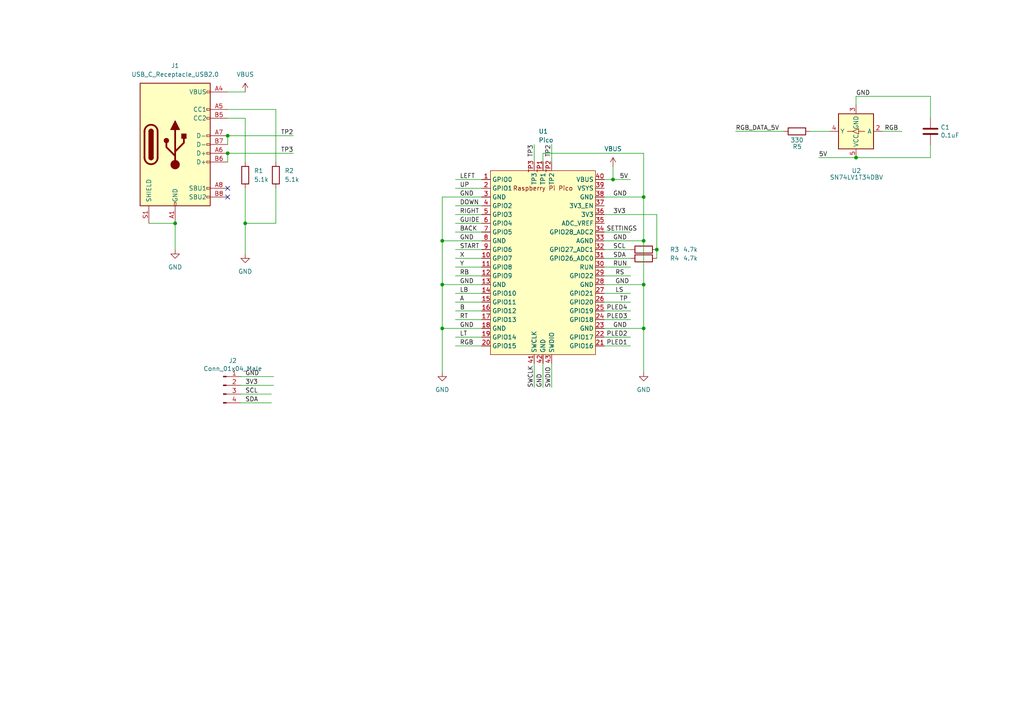
<source format=kicad_sch>
(kicad_sch (version 20211123) (generator eeschema)
  (paper "A4")
  (lib_symbols
    (symbol "Connector:Conn_01x04_Male" (pin_names (offset 1.016) hide)
      (property "Reference" "J" (at 0 5.08 0))
      (property "Value" "Conn_01x04_Male" (at 0 -7.62 0))
      (symbol "Conn_01x04_Male_1_1"
        (polyline (pts (xy 1.27 -5.08) (xy 0.8636 -5.08)) (stroke (width 0.1524)))
        (polyline (pts (xy 1.27 -2.54) (xy 0.8636 -2.54)) (stroke (width 0.1524)))
        (polyline (pts (xy 1.27 0) (xy 0.8636 0)) (stroke (width 0.1524)))
        (polyline (pts (xy 1.27 2.54) (xy 0.8636 2.54)) (stroke (width 0.1524)))
        (rectangle (start 0.8636 -4.953) (end 0 -5.207) (stroke (width 0.1524)) (fill (type outline)))
        (rectangle (start 0.8636 -2.413) (end 0 -2.667) (stroke (width 0.1524)) (fill (type outline)))
        (rectangle (start 0.8636 0.127) (end 0 -0.127) (stroke (width 0.1524)) (fill (type outline)))
        (rectangle (start 0.8636 2.667) (end 0 2.413) (stroke (width 0.1524)) (fill (type outline)))
        (pin passive line (at 5.08 2.54 180) (length 3.81) (name "Pin_1") (number "1"))
        (pin passive line (at 5.08 0 180) (length 3.81) (name "Pin_2") (number "2"))
        (pin passive line (at 5.08 -2.54 180) (length 3.81) (name "Pin_3") (number "3"))
        (pin passive line (at 5.08 -5.08 180) (length 3.81) (name "Pin_4") (number "4"))
      )
    )
    (symbol "Connector:USB_C_Receptacle_USB2.0" (pin_names (offset 1.016))
      (property "Reference" "J" (at -10.16 19.05 0))
      (property "Value" "USB_C_Receptacle_USB2.0" (at 19.05 19.05 0))
      (symbol "USB_C_Receptacle_USB2.0_0_0"
        (rectangle (start -0.254 -17.78) (end 0.254 -16.764))
        (rectangle (start 10.16 -14.986) (end 9.144 -15.494))
        (rectangle (start 10.16 -12.446) (end 9.144 -12.954))
        (rectangle (start 10.16 -4.826) (end 9.144 -5.334))
        (rectangle (start 10.16 -2.286) (end 9.144 -2.794))
        (rectangle (start 10.16 0.254) (end 9.144 -0.254))
        (rectangle (start 10.16 2.794) (end 9.144 2.286))
        (rectangle (start 10.16 7.874) (end 9.144 7.366))
        (rectangle (start 10.16 10.414) (end 9.144 9.906))
        (rectangle (start 10.16 15.494) (end 9.144 14.986))
      )
      (symbol "USB_C_Receptacle_USB2.0_0_1"
        (rectangle (start -10.16 17.78) (end 10.16 -17.78) (stroke (width 0.254)) (fill (type background)))
        (arc (start -8.89 -3.81) (mid -6.985 -5.715) (end -5.08 -3.81) (stroke (width 0.508)))
        (arc (start -7.62 -3.81) (mid -6.985 -4.445) (end -6.35 -3.81) (stroke (width 0.254)))
        (arc (start -7.62 -3.81) (mid -6.985 -4.445) (end -6.35 -3.81) (stroke (width 0.254)) (fill (type outline)))
        (rectangle (start -7.62 -3.81) (end -6.35 3.81) (stroke (width 0.254)) (fill (type outline)))
        (arc (start -6.35 3.81) (mid -6.985 4.445) (end -7.62 3.81) (stroke (width 0.254)))
        (arc (start -6.35 3.81) (mid -6.985 4.445) (end -7.62 3.81) (stroke (width 0.254)) (fill (type outline)))
        (arc (start -5.08 3.81) (mid -6.985 5.715) (end -8.89 3.81) (stroke (width 0.508)))
        (circle (center -2.54 1.143) (radius 0.635) (stroke (width 0.254)) (fill (type outline)))
        (circle (center 0 -5.842) (radius 1.27) (fill (type outline)))
        (polyline (pts (xy -8.89 -3.81) (xy -8.89 3.81)) (stroke (width 0.508)))
        (polyline (pts (xy -5.08 3.81) (xy -5.08 -3.81)) (stroke (width 0.508)))
        (polyline (pts (xy 0 -5.842) (xy 0 4.318)) (stroke (width 0.508)))
        (polyline (pts (xy 0 -3.302) (xy -2.54 -0.762) (xy -2.54 0.508)) (stroke (width 0.508)))
        (polyline (pts (xy 0 -2.032) (xy 2.54 0.508) (xy 2.54 1.778)) (stroke (width 0.508)))
        (polyline (pts (xy -1.27 4.318) (xy 0 6.858) (xy 1.27 4.318) (xy -1.27 4.318)) (stroke (width 0.254)) (fill (type outline)))
        (rectangle (start 1.905 1.778) (end 3.175 3.048) (stroke (width 0.254)) (fill (type outline)))
      )
      (symbol "USB_C_Receptacle_USB2.0_1_1"
        (pin passive line (at 0 -22.86 90) (length 5.08) (name "GND") (number "A1"))
        (pin passive line (at 0 -22.86 90) (length 5.08) hide (name "GND") (number "A12"))
        (pin passive line (at 15.24 15.24 180) (length 5.08) (name "VBUS") (number "A4"))
        (pin bidirectional line (at 15.24 10.16 180) (length 5.08) (name "CC1") (number "A5"))
        (pin bidirectional line (at 15.24 -2.54 180) (length 5.08) (name "D+") (number "A6"))
        (pin bidirectional line (at 15.24 2.54 180) (length 5.08) (name "D-") (number "A7"))
        (pin bidirectional line (at 15.24 -12.7 180) (length 5.08) (name "SBU1") (number "A8"))
        (pin passive line (at 15.24 15.24 180) (length 5.08) hide (name "VBUS") (number "A9"))
        (pin passive line (at 0 -22.86 90) (length 5.08) hide (name "GND") (number "B1"))
        (pin passive line (at 0 -22.86 90) (length 5.08) hide (name "GND") (number "B12"))
        (pin passive line (at 15.24 15.24 180) (length 5.08) hide (name "VBUS") (number "B4"))
        (pin bidirectional line (at 15.24 7.62 180) (length 5.08) (name "CC2") (number "B5"))
        (pin bidirectional line (at 15.24 -5.08 180) (length 5.08) (name "D+") (number "B6"))
        (pin bidirectional line (at 15.24 0 180) (length 5.08) (name "D-") (number "B7"))
        (pin bidirectional line (at 15.24 -15.24 180) (length 5.08) (name "SBU2") (number "B8"))
        (pin passive line (at 15.24 15.24 180) (length 5.08) hide (name "VBUS") (number "B9"))
        (pin passive line (at -7.62 -22.86 90) (length 5.08) (name "SHIELD") (number "S1"))
      )
    )
    (symbol "Device:C" (pin_numbers hide) (pin_names (offset 0.254))
      (property "Reference" "C" (at 0.635 2.54 0))
      (property "Value" "C" (at 0.635 -2.54 0))
      (symbol "C_0_1"
        (polyline (pts (xy -2.032 -0.762) (xy 2.032 -0.762)) (stroke (width 0.508)))
        (polyline (pts (xy -2.032 0.762) (xy 2.032 0.762)) (stroke (width 0.508)))
      )
      (symbol "C_1_1"
        (pin passive line (at 0 3.81 270) (length 2.794) (name "~") (number "1"))
        (pin passive line (at 0 -3.81 90) (length 2.794) (name "~") (number "2"))
      )
    )
    (symbol "Device:R" (pin_numbers hide) (pin_names (offset 0))
      (property "Reference" "R" (at 2.032 0 90))
      (property "Value" "R" (at 0 0 90))
      (symbol "R_0_1"
        (rectangle (start -1.016 -2.54) (end 1.016 2.54) (stroke (width 0.254)))
      )
      (symbol "R_1_1"
        (pin passive line (at 0 3.81 270) (length 1.27) (name "~") (number "1"))
        (pin passive line (at 0 -3.81 90) (length 1.27) (name "~") (number "2"))
      )
    )
    (symbol "Logic_LevelTranslator:SN74LV1T34DBV"
      (property "Reference" "U" (at 5.08 6.35 0))
      (property "Value" "SN74LV1T34DBV" (at 5.08 3.81 0))
      (symbol "SN74LV1T34DBV_0_1"
        (rectangle (start -5.08 5.08) (end 5.08 -5.08) (stroke (width 0.254)) (fill (type background)))
        (polyline (pts (xy -0.762 0) (xy -2.54 0)))
        (polyline (pts (xy 1.016 0) (xy 2.54 0)))
      )
      (symbol "SN74LV1T34DBV_1_1"
        (polyline (pts (xy -0.762 -0.762) (xy -0.762 0.762) (xy 1.016 0) (xy -0.762 -0.762)))
        (pin no_connect line (at -5.08 2.54 0) (length 2.54) hide (name "NC") (number "1"))
        (pin input line (at -7.62 0 0) (length 2.54) (name "A") (number "2"))
        (pin power_in line (at 0 -7.62 90) (length 2.54) (name "GND") (number "3"))
        (pin output line (at 7.62 0 180) (length 2.54) (name "Y") (number "4"))
        (pin power_in line (at 0 7.62 270) (length 2.54) (name "VCC") (number "5"))
      )
    )
    (symbol "MCU_RaspberryPi_and_Boards:Pico"
      (property "Reference" "U1" (at -1.27 38.1 0))
      (property "Value" "Pico" (at -1.27 35.56 0))
      (symbol "Pico_0_0"
        (text "Raspberry Pi Pico" (at 0 21.59 0) (effects (font (size 1.27 1.27))))
      )
      (symbol "Pico_0_1"
        (rectangle (start -15.24 26.67) (end 15.24 -26.67) (fill (type background)))
      )
      (symbol "Pico_1_1"
        (pin bidirectional line (at -17.78 24.13 0) (length 2.54) (name "GPIO0") (number "1"))
        (pin bidirectional line (at -17.78 1.27 0) (length 2.54) (name "GPIO7") (number "10"))
        (pin bidirectional line (at -17.78 -1.27 0) (length 2.54) (name "GPIO8") (number "11"))
        (pin bidirectional line (at -17.78 -3.81 0) (length 2.54) (name "GPIO9") (number "12"))
        (pin power_in line (at -17.78 -6.35 0) (length 2.54) (name "GND") (number "13"))
        (pin bidirectional line (at -17.78 -8.89 0) (length 2.54) (name "GPIO10") (number "14"))
        (pin bidirectional line (at -17.78 -11.43 0) (length 2.54) (name "GPIO11") (number "15"))
        (pin bidirectional line (at -17.78 -13.97 0) (length 2.54) (name "GPIO12") (number "16"))
        (pin bidirectional line (at -17.78 -16.51 0) (length 2.54) (name "GPIO13") (number "17"))
        (pin power_in line (at -17.78 -19.05 0) (length 2.54) (name "GND") (number "18"))
        (pin bidirectional line (at -17.78 -21.59 0) (length 2.54) (name "GPIO14") (number "19"))
        (pin bidirectional line (at -17.78 21.59 0) (length 2.54) (name "GPIO1") (number "2"))
        (pin bidirectional line (at -17.78 -24.13 0) (length 2.54) (name "GPIO15") (number "20"))
        (pin bidirectional line (at 17.78 -24.13 180) (length 2.54) (name "GPIO16") (number "21"))
        (pin bidirectional line (at 17.78 -21.59 180) (length 2.54) (name "GPIO17") (number "22"))
        (pin power_in line (at 17.78 -19.05 180) (length 2.54) (name "GND") (number "23"))
        (pin bidirectional line (at 17.78 -16.51 180) (length 2.54) (name "GPIO18") (number "24"))
        (pin bidirectional line (at 17.78 -13.97 180) (length 2.54) (name "GPIO19") (number "25"))
        (pin bidirectional line (at 17.78 -11.43 180) (length 2.54) (name "GPIO20") (number "26"))
        (pin bidirectional line (at 17.78 -8.89 180) (length 2.54) (name "GPIO21") (number "27"))
        (pin power_in line (at 17.78 -6.35 180) (length 2.54) (name "GND") (number "28"))
        (pin bidirectional line (at 17.78 -3.81 180) (length 2.54) (name "GPIO22") (number "29"))
        (pin power_in line (at -17.78 19.05 0) (length 2.54) (name "GND") (number "3"))
        (pin input line (at 17.78 -1.27 180) (length 2.54) (name "RUN") (number "30"))
        (pin bidirectional line (at 17.78 1.27 180) (length 2.54) (name "GPIO26_ADC0") (number "31"))
        (pin bidirectional line (at 17.78 3.81 180) (length 2.54) (name "GPIO27_ADC1") (number "32"))
        (pin power_in line (at 17.78 6.35 180) (length 2.54) (name "AGND") (number "33"))
        (pin bidirectional line (at 17.78 8.89 180) (length 2.54) (name "GPIO28_ADC2") (number "34"))
        (pin power_in line (at 17.78 11.43 180) (length 2.54) (name "ADC_VREF") (number "35"))
        (pin power_in line (at 17.78 13.97 180) (length 2.54) (name "3V3") (number "36"))
        (pin input line (at 17.78 16.51 180) (length 2.54) (name "3V3_EN") (number "37"))
        (pin bidirectional line (at 17.78 19.05 180) (length 2.54) (name "GND") (number "38"))
        (pin power_in line (at 17.78 21.59 180) (length 2.54) (name "VSYS") (number "39"))
        (pin bidirectional line (at -17.78 16.51 0) (length 2.54) (name "GPIO2") (number "4"))
        (pin power_in line (at 17.78 24.13 180) (length 2.54) (name "VBUS") (number "40"))
        (pin input line (at -2.54 -29.21 90) (length 2.54) (name "SWCLK") (number "41"))
        (pin power_in line (at 0 -29.21 90) (length 2.54) (name "GND") (number "42"))
        (pin bidirectional line (at 2.54 -29.21 90) (length 2.54) (name "SWDIO") (number "43"))
        (pin bidirectional line (at -17.78 13.97 0) (length 2.54) (name "GPIO3") (number "5"))
        (pin bidirectional line (at -17.78 11.43 0) (length 2.54) (name "GPIO4") (number "6"))
        (pin bidirectional line (at -17.78 8.89 0) (length 2.54) (name "GPIO5") (number "7"))
        (pin power_in line (at -17.78 6.35 0) (length 2.54) (name "GND") (number "8"))
        (pin bidirectional line (at -17.78 3.81 0) (length 2.54) (name "GPIO6") (number "9"))
        (pin unspecified line (at 0 29.21 270) (length 2.54) (name "TP1") (number "TP1"))
        (pin bidirectional line (at 2.54 29.21 270) (length 2.54) (name "TP2") (number "TP2"))
        (pin bidirectional line (at -2.54 29.21 270) (length 2.54) (name "TP3") (number "TP3"))
      )
    )
    (symbol "power:GND" (power) (pin_names (offset 0))
      (property "Value" "GND" (at 0 -3.81 0))
      (symbol "GND_0_1"
        (polyline (pts (xy 0 0) (xy 0 -1.27) (xy 1.27 -1.27) (xy 0 -2.54) (xy -1.27 -1.27) (xy 0 -1.27)))
      )
      (symbol "GND_1_1"
        (pin power_in line (at 0 0 270) (length 0) hide (name "GND") (number "1"))
      )
    )
    (symbol "power:VBUS" (power) (pin_names (offset 0))
      (property "Value" "VBUS" (at 0 3.81 0))
      (symbol "VBUS_0_1"
        (polyline (pts (xy -0.762 1.27) (xy 0 2.54)))
        (polyline (pts (xy 0 0) (xy 0 2.54)))
        (polyline (pts (xy 0 2.54) (xy 0.762 1.27)))
      )
      (symbol "VBUS_1_1"
        (pin power_in line (at 0 0 90) (length 0) hide (name "VBUS") (number "1"))
      )
    )
  )
  (junction (at 71.12 64.77))
  (junction (at 66.04 44.45))
  (junction (at 190.5 72.39))
  (junction (at 66.04 39.37))
  (junction (at 186.69 95.25))
  (junction (at 128.27 82.55))
  (junction (at 186.69 57.15))
  (junction (at 186.69 69.85))
  (junction (at 128.27 69.85))
  (junction (at 50.8 64.77))
  (junction (at 248.285 45.72))
  (junction (at 186.69 82.55))
  (junction (at 177.8 52.07))
  (junction (at 128.27 95.25))
  (no_connect (at 66.04 54.61))
  (no_connect (at 66.04 57.15))
  (wire (pts (xy 160.02 105.41) (xy 160.02 112.395)))
  (wire (pts (xy 71.12 26.67) (xy 66.04 26.67)))
  (wire (pts (xy 190.5 62.23) (xy 190.5 72.39)))
  (wire (pts (xy 132.08 90.17) (xy 139.7 90.17)))
  (wire (pts (xy 160.02 41.91) (xy 160.02 46.99)))
  (wire (pts (xy 182.88 85.09) (xy 175.26 85.09)))
  (wire (pts (xy 71.12 54.61) (xy 71.12 64.77)))
  (wire (pts (xy 79.375 109.22) (xy 69.85 109.22)))
  (wire (pts (xy 132.08 62.23) (xy 139.7 62.23)))
  (wire (pts (xy 157.48 44.45) (xy 186.69 44.45)))
  (wire (pts (xy 182.88 77.47) (xy 175.26 77.47)))
  (wire (pts (xy 182.88 72.39) (xy 175.26 72.39)))
  (wire (pts (xy 132.08 97.79) (xy 139.7 97.79)))
  (wire (pts (xy 128.27 82.55) (xy 128.27 95.25)))
  (wire (pts (xy 128.27 95.25) (xy 139.7 95.25)))
  (wire (pts (xy 132.08 77.47) (xy 139.7 77.47)))
  (wire (pts (xy 128.27 69.85) (xy 139.7 69.85)))
  (wire (pts (xy 132.08 87.63) (xy 139.7 87.63)))
  (wire (pts (xy 128.27 95.25) (xy 128.27 107.95)))
  (wire (pts (xy 43.18 64.77) (xy 50.8 64.77)))
  (wire (pts (xy 182.88 87.63) (xy 175.26 87.63)))
  (wire (pts (xy 132.08 54.61) (xy 139.7 54.61)))
  (wire (pts (xy 132.08 100.33) (xy 139.7 100.33)))
  (wire (pts (xy 132.08 59.69) (xy 139.7 59.69)))
  (wire (pts (xy 154.94 41.91) (xy 154.94 46.99)))
  (wire (pts (xy 71.12 64.77) (xy 71.12 73.66)))
  (wire (pts (xy 132.08 64.77) (xy 139.7 64.77)))
  (wire (pts (xy 128.27 57.15) (xy 128.27 69.85)))
  (wire (pts (xy 182.88 67.31) (xy 175.26 67.31)))
  (wire (pts (xy 132.08 80.01) (xy 139.7 80.01)))
  (wire (pts (xy 269.875 27.94) (xy 269.875 34.29)))
  (wire (pts (xy 182.88 97.79) (xy 175.26 97.79)))
  (wire (pts (xy 175.26 95.25) (xy 186.69 95.25)))
  (wire (pts (xy 79.375 111.76) (xy 69.85 111.76)))
  (wire (pts (xy 186.69 69.85) (xy 186.69 82.55)))
  (wire (pts (xy 66.04 44.45) (xy 66.04 46.99)))
  (wire (pts (xy 175.26 57.15) (xy 186.69 57.15)))
  (wire (pts (xy 248.285 30.48) (xy 248.285 27.94)))
  (wire (pts (xy 71.12 34.29) (xy 71.12 46.99)))
  (wire (pts (xy 213.36 38.1) (xy 227.33 38.1)))
  (wire (pts (xy 80.01 64.77) (xy 71.12 64.77)))
  (wire (pts (xy 132.08 74.93) (xy 139.7 74.93)))
  (wire (pts (xy 186.69 57.15) (xy 186.69 69.85)))
  (wire (pts (xy 182.88 100.33) (xy 175.26 100.33)))
  (wire (pts (xy 66.04 31.75) (xy 80.01 31.75)))
  (wire (pts (xy 175.26 52.07) (xy 177.8 52.07)))
  (wire (pts (xy 234.95 38.1) (xy 240.665 38.1)))
  (wire (pts (xy 132.08 52.07) (xy 139.7 52.07)))
  (wire (pts (xy 132.08 72.39) (xy 139.7 72.39)))
  (wire (pts (xy 157.48 44.45) (xy 157.48 46.99)))
  (wire (pts (xy 66.04 44.45) (xy 85.09 44.45)))
  (wire (pts (xy 69.85 116.84) (xy 78.74 116.84)))
  (wire (pts (xy 182.88 80.01) (xy 175.26 80.01)))
  (wire (pts (xy 66.04 39.37) (xy 66.04 41.91)))
  (wire (pts (xy 157.48 105.41) (xy 157.48 112.395)))
  (wire (pts (xy 269.875 45.72) (xy 269.875 41.91)))
  (wire (pts (xy 132.08 85.09) (xy 139.7 85.09)))
  (wire (pts (xy 66.04 39.37) (xy 85.09 39.37)))
  (wire (pts (xy 182.88 90.17) (xy 175.26 90.17)))
  (wire (pts (xy 175.26 62.23) (xy 190.5 62.23)))
  (wire (pts (xy 255.905 38.1) (xy 261.62 38.1)))
  (wire (pts (xy 80.01 54.61) (xy 80.01 64.77)))
  (wire (pts (xy 186.69 82.55) (xy 186.69 95.25)))
  (wire (pts (xy 175.26 82.55) (xy 186.69 82.55)))
  (wire (pts (xy 132.08 92.71) (xy 139.7 92.71)))
  (wire (pts (xy 128.27 57.15) (xy 139.7 57.15)))
  (wire (pts (xy 132.08 67.31) (xy 139.7 67.31)))
  (wire (pts (xy 177.8 52.07) (xy 182.88 52.07)))
  (wire (pts (xy 182.88 92.71) (xy 175.26 92.71)))
  (wire (pts (xy 182.88 74.93) (xy 175.26 74.93)))
  (wire (pts (xy 175.26 69.85) (xy 186.69 69.85)))
  (wire (pts (xy 190.5 72.39) (xy 190.5 74.93)))
  (wire (pts (xy 186.69 44.45) (xy 186.69 57.15)))
  (wire (pts (xy 50.8 64.77) (xy 50.8 72.39)))
  (wire (pts (xy 69.85 114.3) (xy 78.74 114.3)))
  (wire (pts (xy 128.27 82.55) (xy 139.7 82.55)))
  (wire (pts (xy 80.01 31.75) (xy 80.01 46.99)))
  (wire (pts (xy 248.285 27.94) (xy 269.875 27.94)))
  (wire (pts (xy 237.49 45.72) (xy 248.285 45.72)))
  (wire (pts (xy 66.04 34.29) (xy 71.12 34.29)))
  (wire (pts (xy 186.69 95.25) (xy 186.69 107.95)))
  (wire (pts (xy 154.94 105.41) (xy 154.94 112.395)))
  (wire (pts (xy 128.27 69.85) (xy 128.27 82.55)))
  (wire (pts (xy 177.8 48.26) (xy 177.8 52.07)))
  (wire (pts (xy 248.285 45.72) (xy 269.875 45.72)))
  (label "RT" (at 133.35 92.71 0))
  (label "SCL" (at 71.12 114.3 0))
  (label "GND" (at 157.48 112.395 90))
  (label "GND" (at 71.12 109.22 0))
  (label "PLED2" (at 175.895 97.79 0))
  (label "SDA" (at 71.12 116.84 0))
  (label "GND" (at 133.35 69.85 0))
  (label "START" (at 133.35 72.39 0))
  (label "LEFT" (at 133.35 52.07 0))
  (label "LS" (at 178.435 85.09 0))
  (label "GND" (at 178.435 82.55 0))
  (label "GND" (at 177.8 69.85 0))
  (label "RGB" (at 133.35 100.33 0))
  (label "TP3" (at 85.09 44.45 180))
  (label "GND" (at 248.285 27.94 0))
  (label "Y" (at 133.35 77.47 0))
  (label "SCL" (at 177.8 72.39 0))
  (label "TP" (at 179.705 87.63 0))
  (label "RS" (at 178.435 80.01 0))
  (label "TP2" (at 160.02 41.91 270))
  (label "3V3" (at 177.8 62.23 0))
  (label "B" (at 133.35 90.17 0))
  (label "3V3" (at 71.12 111.76 0))
  (label "GUIDE" (at 133.35 64.77 0))
  (label "5V" (at 179.705 52.07 0))
  (label "SETTINGS" (at 175.895 67.31 0))
  (label "BACK" (at 133.35 67.31 0))
  (label "LT" (at 133.35 97.79 0))
  (label "GND" (at 133.35 82.55 0))
  (label "GND" (at 133.35 95.25 0))
  (label "SWCLK" (at 154.94 112.395 90))
  (label "UP" (at 133.35 54.61 0))
  (label "RUN" (at 177.8 77.47 0))
  (label "SWDIO" (at 160.02 112.395 90))
  (label "PLED1" (at 175.895 100.33 0))
  (label "TP3" (at 154.94 41.91 270))
  (label "SDA" (at 177.8 74.93 0))
  (label "RB" (at 133.35 80.01 0))
  (label "X" (at 133.35 74.93 0))
  (label "RGB" (at 256.54 38.1 0))
  (label "TP2" (at 85.09 39.37 180))
  (label "LB" (at 133.35 85.09 0))
  (label "RIGHT" (at 133.35 62.23 0))
  (label "GND" (at 177.8 57.15 0))
  (label "A" (at 133.35 87.63 0))
  (label "PLED4" (at 175.895 90.17 0))
  (label "5V" (at 237.49 45.72 0))
  (label "GND" (at 177.8 95.25 0))
  (label "DOWN" (at 133.35 59.69 0))
  (label "RGB_DATA_5V" (at 213.36 38.1 0))
  (label "PLED3" (at 175.895 92.71 0))
  (label "GND" (at 133.35 57.15 0))
  (symbol (lib_id "Logic_LevelTranslator:SN74LV1T34DBV") (at 248.285 38.1 180) (unit 1)
    (property "Reference" "U2" (at 247.015 49.53 0) (effects (justify right)))
    (property "Value" "SN74LV1T34DBV" (at 240.665 51.435 0) (effects (justify right)))
    (property "Footprint" "Package_TO_SOT_SMD:SOT-23-5" (effects hide))
    (property "Datasheet" "https://www.ti.com/lit/ds/symlink/sn74lv1t34.pdf" (effects hide))
  )
  (symbol (lib_id "power:GND") (at 71.12 73.66 0) (unit 1)
    (property "Reference" "#PWR03" (effects hide))
    (property "Value" "GND" (at 71.12 78.74 0))
  )
  (symbol (lib_id "power:VBUS") (at 71.12 26.67 0) (unit 1)
    (property "Reference" "#PWR02" (effects hide))
    (property "Value" "VBUS" (at 71.12 21.59 0))
  )
  (symbol (lib_id "Device:R") (at 80.01 50.8 0) (unit 1)
    (property "Reference" "R2" (at 82.55 49.5299 0) (effects (justify left)))
    (property "Value" "5.1k" (at 82.55 52.0699 0) (effects (justify left)))
    (property "Footprint" "Resistor_SMD:R_0805_2012Metric" (effects hide))
  )
  (symbol (lib_id "power:GND") (at 186.69 107.95 0) (unit 1)
    (property "Reference" "#PWR06" (effects hide))
    (property "Value" "GND" (at 186.69 113.03 0))
  )
  (symbol (lib_id "power:GND") (at 50.8 72.39 0) (unit 1)
    (property "Reference" "#PWR01" (effects hide))
    (property "Value" "GND" (at 50.8 77.47 0))
  )
  (symbol (lib_id "Device:R") (at 71.12 50.8 0) (unit 1)
    (property "Reference" "R1" (at 73.66 49.5299 0) (effects (justify left)))
    (property "Value" "5.1k" (at 73.66 52.0699 0) (effects (justify left)))
    (property "Footprint" "Resistor_SMD:R_0805_2012Metric" (effects hide))
  )
  (symbol (lib_id "Device:R") (at 186.69 74.93 270) (unit 1)
    (property "Reference" "R4" (at 194.31 74.93 90) (effects (justify left)))
    (property "Value" "4.7k" (at 198.12 74.93 90) (effects (justify left)))
    (property "Footprint" "Resistor_SMD:R_0805_2012Metric" (effects hide))
  )
  (symbol (lib_id "Connector:Conn_01x04_Male") (at 64.77 111.76 0) (unit 1)
    (property "Reference" "J2" (at 67.5132 104.6226 0))
    (property "Value" "Conn_01x04_Male" (at 67.5132 106.934 0))
    (property "Footprint" "Connector_PinHeader_2.54mm:PinHeader_1x04_P2.54mm_Vertical" (effects hide))
  )
  (symbol (lib_id "MCU_RaspberryPi_and_Boards:Pico") (at 157.48 76.2 0) (unit 1)
    (property "Reference" "U1" (at 156.21 38.1 0) (effects (justify left)))
    (property "Value" "Pico" (at 156.21 40.64 0) (effects (justify left)))
    (property "Footprint" "Raspberry_Pico:RPi_Pico_SMD_TH" (effects hide))
  )
  (symbol (lib_id "Connector:USB_C_Receptacle_USB2.0") (at 50.8 41.91 0) (unit 1)
    (property "Reference" "J1" (at 50.8 19.05 0))
    (property "Value" "USB_C_Receptacle_USB2.0" (at 50.8 21.59 0))
    (property "Footprint" "Connector_USB:USB_C_Receptacle_HRO_TYPE-C-31-M-12" (effects hide))
    (property "Datasheet" "https://www.usb.org/sites/default/files/documents/usb_type-c.zip" (effects hide))
  )
  (symbol (lib_id "power:VBUS") (at 177.8 48.26 0) (unit 1)
    (property "Reference" "#PWR05" (effects hide))
    (property "Value" "VBUS" (at 177.8 43.18 0))
  )
  (symbol (lib_id "Device:R") (at 186.69 72.39 270) (unit 1)
    (property "Reference" "R3" (at 194.31 72.39 90) (effects (justify left)))
    (property "Value" "4.7k" (at 198.12 72.39 90) (effects (justify left)))
    (property "Footprint" "Resistor_SMD:R_0805_2012Metric" (effects hide))
  )
  (symbol (lib_id "power:GND") (at 128.27 107.95 0) (unit 1)
    (property "Reference" "#PWR04" (effects hide))
    (property "Value" "GND" (at 128.27 113.03 0))
  )
  (symbol (lib_id "Device:C") (at 269.875 38.1 0) (unit 1)
    (property "Reference" "C1" (at 272.796 36.9316 0) (effects (justify left)))
    (property "Value" "0.1uF" (at 272.796 39.243 0) (effects (justify left)))
    (property "Footprint" "Capacitor_SMD:C_0805_2012Metric" (effects hide))
  )
  (symbol (lib_id "Device:R") (at 231.14 38.1 270) (unit 1)
    (property "Reference" "R5" (at 229.87 42.545 90) (effects (justify left)))
    (property "Value" "330" (at 229.235 40.64 90) (effects (justify left)))
    (property "Footprint" "Resistor_SMD:R_0805_2012Metric" (effects hide))
  )
)
</source>
